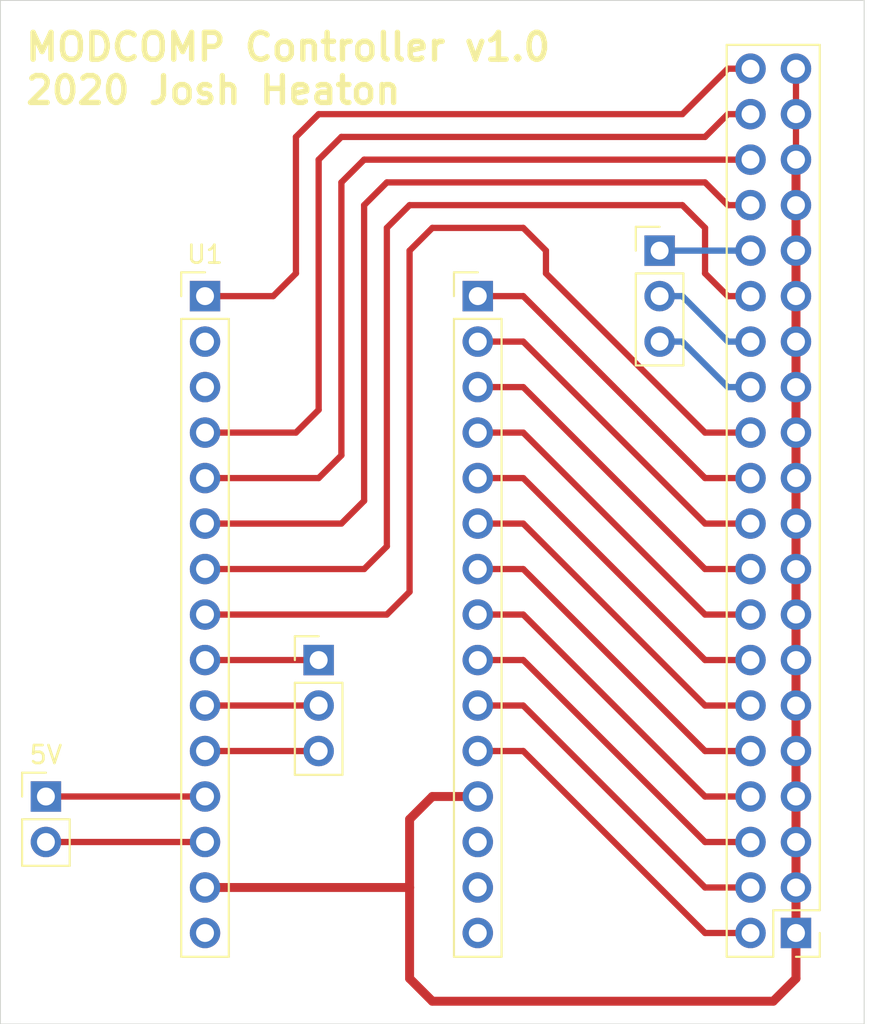
<source format=kicad_pcb>
(kicad_pcb (version 20171130) (host pcbnew "(5.1.5)-3")

  (general
    (thickness 1.6)
    (drawings 5)
    (tracks 99)
    (zones 0)
    (modules 6)
    (nets 1)
  )

  (page A4)
  (layers
    (0 F.Cu signal)
    (31 B.Cu signal)
    (32 B.Adhes user)
    (33 F.Adhes user)
    (34 B.Paste user)
    (35 F.Paste user)
    (36 B.SilkS user)
    (37 F.SilkS user)
    (38 B.Mask user)
    (39 F.Mask user)
    (40 Dwgs.User user)
    (41 Cmts.User user)
    (42 Eco1.User user)
    (43 Eco2.User user)
    (44 Edge.Cuts user)
    (45 Margin user)
    (46 B.CrtYd user)
    (47 F.CrtYd user)
    (48 B.Fab user)
    (49 F.Fab user)
  )

  (setup
    (last_trace_width 0.25)
    (trace_clearance 0.2)
    (zone_clearance 0.508)
    (zone_45_only no)
    (trace_min 0.1524)
    (via_size 0.8)
    (via_drill 0.4)
    (via_min_size 0.4)
    (via_min_drill 0.3)
    (uvia_size 0.3)
    (uvia_drill 0.1)
    (uvias_allowed no)
    (uvia_min_size 0.2)
    (uvia_min_drill 0.1)
    (edge_width 0.05)
    (segment_width 0.2)
    (pcb_text_width 0.3)
    (pcb_text_size 1.5 1.5)
    (mod_edge_width 0.12)
    (mod_text_size 1 1)
    (mod_text_width 0.15)
    (pad_size 1.524 1.524)
    (pad_drill 0.762)
    (pad_to_mask_clearance 0.051)
    (solder_mask_min_width 0.25)
    (aux_axis_origin 0 0)
    (visible_elements 7FFFFFFF)
    (pcbplotparams
      (layerselection 0x010fc_ffffffff)
      (usegerberextensions false)
      (usegerberattributes false)
      (usegerberadvancedattributes false)
      (creategerberjobfile false)
      (excludeedgelayer true)
      (linewidth 0.100000)
      (plotframeref false)
      (viasonmask false)
      (mode 1)
      (useauxorigin false)
      (hpglpennumber 1)
      (hpglpenspeed 20)
      (hpglpendiameter 15.000000)
      (psnegative false)
      (psa4output false)
      (plotreference true)
      (plotvalue true)
      (plotinvisibletext false)
      (padsonsilk false)
      (subtractmaskfromsilk false)
      (outputformat 1)
      (mirror false)
      (drillshape 1)
      (scaleselection 1)
      (outputdirectory ""))
  )

  (net 0 "")

  (net_class Default "This is the default net class."
    (clearance 0.2)
    (trace_width 0.25)
    (via_dia 0.8)
    (via_drill 0.4)
    (uvia_dia 0.3)
    (uvia_drill 0.1)
  )

  (module Connector_PinHeader_2.54mm:PinHeader_1x03_P2.54mm_Vertical (layer F.Cu) (tedit 59FED5CC) (tstamp 5FC578AE)
    (at 170.18 45.72)
    (descr "Through hole straight pin header, 1x03, 2.54mm pitch, single row")
    (tags "Through hole pin header THT 1x03 2.54mm single row")
    (fp_text reference REF** (at 0 -2.33) (layer F.SilkS) hide
      (effects (font (size 1 1) (thickness 0.15)))
    )
    (fp_text value PinHeader_1x03_P2.54mm_Vertical (at 0 7.41) (layer F.Fab)
      (effects (font (size 1 1) (thickness 0.15)))
    )
    (fp_text user %R (at 0 2.54 90) (layer F.Fab)
      (effects (font (size 1 1) (thickness 0.15)))
    )
    (fp_line (start 1.8 -1.8) (end -1.8 -1.8) (layer F.CrtYd) (width 0.05))
    (fp_line (start 1.8 6.85) (end 1.8 -1.8) (layer F.CrtYd) (width 0.05))
    (fp_line (start -1.8 6.85) (end 1.8 6.85) (layer F.CrtYd) (width 0.05))
    (fp_line (start -1.8 -1.8) (end -1.8 6.85) (layer F.CrtYd) (width 0.05))
    (fp_line (start -1.33 -1.33) (end 0 -1.33) (layer F.SilkS) (width 0.12))
    (fp_line (start -1.33 0) (end -1.33 -1.33) (layer F.SilkS) (width 0.12))
    (fp_line (start -1.33 1.27) (end 1.33 1.27) (layer F.SilkS) (width 0.12))
    (fp_line (start 1.33 1.27) (end 1.33 6.41) (layer F.SilkS) (width 0.12))
    (fp_line (start -1.33 1.27) (end -1.33 6.41) (layer F.SilkS) (width 0.12))
    (fp_line (start -1.33 6.41) (end 1.33 6.41) (layer F.SilkS) (width 0.12))
    (fp_line (start -1.27 -0.635) (end -0.635 -1.27) (layer F.Fab) (width 0.1))
    (fp_line (start -1.27 6.35) (end -1.27 -0.635) (layer F.Fab) (width 0.1))
    (fp_line (start 1.27 6.35) (end -1.27 6.35) (layer F.Fab) (width 0.1))
    (fp_line (start 1.27 -1.27) (end 1.27 6.35) (layer F.Fab) (width 0.1))
    (fp_line (start -0.635 -1.27) (end 1.27 -1.27) (layer F.Fab) (width 0.1))
    (pad 3 thru_hole oval (at 0 5.08) (size 1.7 1.7) (drill 1) (layers *.Cu *.Mask))
    (pad 2 thru_hole oval (at 0 2.54) (size 1.7 1.7) (drill 1) (layers *.Cu *.Mask))
    (pad 1 thru_hole rect (at 0 0) (size 1.7 1.7) (drill 1) (layers *.Cu *.Mask))
    (model ${KISYS3DMOD}/Connector_PinHeader_2.54mm.3dshapes/PinHeader_1x03_P2.54mm_Vertical.wrl
      (at (xyz 0 0 0))
      (scale (xyz 1 1 1))
      (rotate (xyz 0 0 0))
    )
  )

  (module Connector_PinHeader_2.54mm:PinHeader_1x03_P2.54mm_Vertical (layer F.Cu) (tedit 59FED5CC) (tstamp 5FC57827)
    (at 151.13 68.58)
    (descr "Through hole straight pin header, 1x03, 2.54mm pitch, single row")
    (tags "Through hole pin header THT 1x03 2.54mm single row")
    (fp_text reference S1 (at 0 -2.33) (layer F.SilkS) hide
      (effects (font (size 1 1) (thickness 0.15)))
    )
    (fp_text value S1 (at 0 7.41) (layer F.Fab) hide
      (effects (font (size 1 1) (thickness 0.15)))
    )
    (fp_text user %R (at 0 2.54 90) (layer F.Fab)
      (effects (font (size 1 1) (thickness 0.15)))
    )
    (fp_line (start 1.8 -1.8) (end -1.8 -1.8) (layer F.CrtYd) (width 0.05))
    (fp_line (start 1.8 6.85) (end 1.8 -1.8) (layer F.CrtYd) (width 0.05))
    (fp_line (start -1.8 6.85) (end 1.8 6.85) (layer F.CrtYd) (width 0.05))
    (fp_line (start -1.8 -1.8) (end -1.8 6.85) (layer F.CrtYd) (width 0.05))
    (fp_line (start -1.33 -1.33) (end 0 -1.33) (layer F.SilkS) (width 0.12))
    (fp_line (start -1.33 0) (end -1.33 -1.33) (layer F.SilkS) (width 0.12))
    (fp_line (start -1.33 1.27) (end 1.33 1.27) (layer F.SilkS) (width 0.12))
    (fp_line (start 1.33 1.27) (end 1.33 6.41) (layer F.SilkS) (width 0.12))
    (fp_line (start -1.33 1.27) (end -1.33 6.41) (layer F.SilkS) (width 0.12))
    (fp_line (start -1.33 6.41) (end 1.33 6.41) (layer F.SilkS) (width 0.12))
    (fp_line (start -1.27 -0.635) (end -0.635 -1.27) (layer F.Fab) (width 0.1))
    (fp_line (start -1.27 6.35) (end -1.27 -0.635) (layer F.Fab) (width 0.1))
    (fp_line (start 1.27 6.35) (end -1.27 6.35) (layer F.Fab) (width 0.1))
    (fp_line (start 1.27 -1.27) (end 1.27 6.35) (layer F.Fab) (width 0.1))
    (fp_line (start -0.635 -1.27) (end 1.27 -1.27) (layer F.Fab) (width 0.1))
    (pad 3 thru_hole oval (at 0 5.08) (size 1.7 1.7) (drill 1) (layers *.Cu *.Mask))
    (pad 2 thru_hole oval (at 0 2.54) (size 1.7 1.7) (drill 1) (layers *.Cu *.Mask))
    (pad 1 thru_hole rect (at 0 0) (size 1.7 1.7) (drill 1) (layers *.Cu *.Mask))
    (model ${KISYS3DMOD}/Connector_PinHeader_2.54mm.3dshapes/PinHeader_1x03_P2.54mm_Vertical.wrl
      (at (xyz 0 0 0))
      (scale (xyz 1 1 1))
      (rotate (xyz 0 0 0))
    )
  )

  (module Connector_PinHeader_2.54mm:PinHeader_1x02_P2.54mm_Vertical (layer F.Cu) (tedit 59FED5CC) (tstamp 5ED7E855)
    (at 135.89 76.2)
    (descr "Through hole straight pin header, 1x02, 2.54mm pitch, single row")
    (tags "Through hole pin header THT 1x02 2.54mm single row")
    (fp_text reference 5V (at 0 -2.33) (layer F.SilkS)
      (effects (font (size 1 1) (thickness 0.15)))
    )
    (fp_text value H4 (at 0 4.87) (layer F.Fab)
      (effects (font (size 1 1) (thickness 0.15)))
    )
    (fp_text user %R (at 0 1.27 90) (layer F.Fab)
      (effects (font (size 1 1) (thickness 0.15)))
    )
    (fp_line (start 1.8 -1.8) (end -1.8 -1.8) (layer F.CrtYd) (width 0.05))
    (fp_line (start 1.8 4.35) (end 1.8 -1.8) (layer F.CrtYd) (width 0.05))
    (fp_line (start -1.8 4.35) (end 1.8 4.35) (layer F.CrtYd) (width 0.05))
    (fp_line (start -1.8 -1.8) (end -1.8 4.35) (layer F.CrtYd) (width 0.05))
    (fp_line (start -1.33 -1.33) (end 0 -1.33) (layer F.SilkS) (width 0.12))
    (fp_line (start -1.33 0) (end -1.33 -1.33) (layer F.SilkS) (width 0.12))
    (fp_line (start -1.33 1.27) (end 1.33 1.27) (layer F.SilkS) (width 0.12))
    (fp_line (start 1.33 1.27) (end 1.33 3.87) (layer F.SilkS) (width 0.12))
    (fp_line (start -1.33 1.27) (end -1.33 3.87) (layer F.SilkS) (width 0.12))
    (fp_line (start -1.33 3.87) (end 1.33 3.87) (layer F.SilkS) (width 0.12))
    (fp_line (start -1.27 -0.635) (end -0.635 -1.27) (layer F.Fab) (width 0.1))
    (fp_line (start -1.27 3.81) (end -1.27 -0.635) (layer F.Fab) (width 0.1))
    (fp_line (start 1.27 3.81) (end -1.27 3.81) (layer F.Fab) (width 0.1))
    (fp_line (start 1.27 -1.27) (end 1.27 3.81) (layer F.Fab) (width 0.1))
    (fp_line (start -0.635 -1.27) (end 1.27 -1.27) (layer F.Fab) (width 0.1))
    (pad 2 thru_hole oval (at 0 2.54) (size 1.7 1.7) (drill 1) (layers *.Cu *.Mask))
    (pad 1 thru_hole rect (at 0 0) (size 1.7 1.7) (drill 1) (layers *.Cu *.Mask))
    (model ${KISYS3DMOD}/Connector_PinHeader_2.54mm.3dshapes/PinHeader_1x02_P2.54mm_Vertical.wrl
      (at (xyz 0 0 0))
      (scale (xyz 1 1 1))
      (rotate (xyz 0 0 0))
    )
  )

  (module Connector_PinHeader_2.54mm:PinHeader_1x15_P2.54mm_Vertical (layer F.Cu) (tedit 59FED5CC) (tstamp 5ED7E579)
    (at 160.02 48.26)
    (descr "Through hole straight pin header, 1x15, 2.54mm pitch, single row")
    (tags "Through hole pin header THT 1x15 2.54mm single row")
    (fp_text reference NANO (at 0 -2.33) (layer F.SilkS) hide
      (effects (font (size 1 1) (thickness 0.15)))
    )
    (fp_text value H2 (at 0 37.89) (layer F.Fab)
      (effects (font (size 1 1) (thickness 0.15)))
    )
    (fp_text user %R (at 0 17.78 90) (layer F.Fab)
      (effects (font (size 1 1) (thickness 0.15)))
    )
    (fp_line (start 1.8 -1.8) (end -1.8 -1.8) (layer F.CrtYd) (width 0.05))
    (fp_line (start 1.8 37.35) (end 1.8 -1.8) (layer F.CrtYd) (width 0.05))
    (fp_line (start -1.8 37.35) (end 1.8 37.35) (layer F.CrtYd) (width 0.05))
    (fp_line (start -1.8 -1.8) (end -1.8 37.35) (layer F.CrtYd) (width 0.05))
    (fp_line (start -1.33 -1.33) (end 0 -1.33) (layer F.SilkS) (width 0.12))
    (fp_line (start -1.33 0) (end -1.33 -1.33) (layer F.SilkS) (width 0.12))
    (fp_line (start -1.33 1.27) (end 1.33 1.27) (layer F.SilkS) (width 0.12))
    (fp_line (start 1.33 1.27) (end 1.33 36.89) (layer F.SilkS) (width 0.12))
    (fp_line (start -1.33 1.27) (end -1.33 36.89) (layer F.SilkS) (width 0.12))
    (fp_line (start -1.33 36.89) (end 1.33 36.89) (layer F.SilkS) (width 0.12))
    (fp_line (start -1.27 -0.635) (end -0.635 -1.27) (layer F.Fab) (width 0.1))
    (fp_line (start -1.27 36.83) (end -1.27 -0.635) (layer F.Fab) (width 0.1))
    (fp_line (start 1.27 36.83) (end -1.27 36.83) (layer F.Fab) (width 0.1))
    (fp_line (start 1.27 -1.27) (end 1.27 36.83) (layer F.Fab) (width 0.1))
    (fp_line (start -0.635 -1.27) (end 1.27 -1.27) (layer F.Fab) (width 0.1))
    (pad 15 thru_hole oval (at 0 35.56) (size 1.7 1.7) (drill 1) (layers *.Cu *.Mask))
    (pad 14 thru_hole oval (at 0 33.02) (size 1.7 1.7) (drill 1) (layers *.Cu *.Mask))
    (pad 13 thru_hole oval (at 0 30.48) (size 1.7 1.7) (drill 1) (layers *.Cu *.Mask))
    (pad 12 thru_hole oval (at 0 27.94) (size 1.7 1.7) (drill 1) (layers *.Cu *.Mask))
    (pad 11 thru_hole oval (at 0 25.4) (size 1.7 1.7) (drill 1) (layers *.Cu *.Mask))
    (pad 10 thru_hole oval (at 0 22.86) (size 1.7 1.7) (drill 1) (layers *.Cu *.Mask))
    (pad 9 thru_hole oval (at 0 20.32) (size 1.7 1.7) (drill 1) (layers *.Cu *.Mask))
    (pad 8 thru_hole oval (at 0 17.78) (size 1.7 1.7) (drill 1) (layers *.Cu *.Mask))
    (pad 7 thru_hole oval (at 0 15.24) (size 1.7 1.7) (drill 1) (layers *.Cu *.Mask))
    (pad 6 thru_hole oval (at 0 12.7) (size 1.7 1.7) (drill 1) (layers *.Cu *.Mask))
    (pad 5 thru_hole oval (at 0 10.16) (size 1.7 1.7) (drill 1) (layers *.Cu *.Mask))
    (pad 4 thru_hole oval (at 0 7.62) (size 1.7 1.7) (drill 1) (layers *.Cu *.Mask))
    (pad 3 thru_hole oval (at 0 5.08) (size 1.7 1.7) (drill 1) (layers *.Cu *.Mask))
    (pad 2 thru_hole oval (at 0 2.54) (size 1.7 1.7) (drill 1) (layers *.Cu *.Mask))
    (pad 1 thru_hole rect (at 0 0) (size 1.7 1.7) (drill 1) (layers *.Cu *.Mask))
    (model ${KISYS3DMOD}/Connector_PinHeader_2.54mm.3dshapes/PinHeader_1x15_P2.54mm_Vertical.wrl
      (at (xyz 0 0 0))
      (scale (xyz 1 1 1))
      (rotate (xyz 0 0 0))
    )
  )

  (module Connector_PinHeader_2.54mm:PinHeader_1x15_P2.54mm_Vertical (layer F.Cu) (tedit 59FED5CC) (tstamp 5ED7E407)
    (at 144.78 48.26)
    (descr "Through hole straight pin header, 1x15, 2.54mm pitch, single row")
    (tags "Through hole pin header THT 1x15 2.54mm single row")
    (fp_text reference U1 (at 0 -2.33) (layer F.SilkS)
      (effects (font (size 1 1) (thickness 0.15)))
    )
    (fp_text value H3 (at 0 37.89) (layer F.Fab)
      (effects (font (size 1 1) (thickness 0.15)))
    )
    (fp_text user %R (at 0 17.78 90) (layer F.Fab)
      (effects (font (size 1 1) (thickness 0.15)))
    )
    (fp_line (start 1.8 -1.8) (end -1.8 -1.8) (layer F.CrtYd) (width 0.05))
    (fp_line (start 1.8 37.35) (end 1.8 -1.8) (layer F.CrtYd) (width 0.05))
    (fp_line (start -1.8 37.35) (end 1.8 37.35) (layer F.CrtYd) (width 0.05))
    (fp_line (start -1.8 -1.8) (end -1.8 37.35) (layer F.CrtYd) (width 0.05))
    (fp_line (start -1.33 -1.33) (end 0 -1.33) (layer F.SilkS) (width 0.12))
    (fp_line (start -1.33 0) (end -1.33 -1.33) (layer F.SilkS) (width 0.12))
    (fp_line (start -1.33 1.27) (end 1.33 1.27) (layer F.SilkS) (width 0.12))
    (fp_line (start 1.33 1.27) (end 1.33 36.89) (layer F.SilkS) (width 0.12))
    (fp_line (start -1.33 1.27) (end -1.33 36.89) (layer F.SilkS) (width 0.12))
    (fp_line (start -1.33 36.89) (end 1.33 36.89) (layer F.SilkS) (width 0.12))
    (fp_line (start -1.27 -0.635) (end -0.635 -1.27) (layer F.Fab) (width 0.1))
    (fp_line (start -1.27 36.83) (end -1.27 -0.635) (layer F.Fab) (width 0.1))
    (fp_line (start 1.27 36.83) (end -1.27 36.83) (layer F.Fab) (width 0.1))
    (fp_line (start 1.27 -1.27) (end 1.27 36.83) (layer F.Fab) (width 0.1))
    (fp_line (start -0.635 -1.27) (end 1.27 -1.27) (layer F.Fab) (width 0.1))
    (pad 15 thru_hole oval (at 0 35.56) (size 1.7 1.7) (drill 1) (layers *.Cu *.Mask))
    (pad 14 thru_hole oval (at 0 33.02) (size 1.7 1.7) (drill 1) (layers *.Cu *.Mask))
    (pad 13 thru_hole oval (at 0 30.48) (size 1.7 1.7) (drill 1) (layers *.Cu *.Mask))
    (pad 12 thru_hole oval (at 0 27.94) (size 1.7 1.7) (drill 1) (layers *.Cu *.Mask))
    (pad 11 thru_hole oval (at 0 25.4) (size 1.7 1.7) (drill 1) (layers *.Cu *.Mask))
    (pad 10 thru_hole oval (at 0 22.86) (size 1.7 1.7) (drill 1) (layers *.Cu *.Mask))
    (pad 9 thru_hole oval (at 0 20.32) (size 1.7 1.7) (drill 1) (layers *.Cu *.Mask))
    (pad 8 thru_hole oval (at 0 17.78) (size 1.7 1.7) (drill 1) (layers *.Cu *.Mask))
    (pad 7 thru_hole oval (at 0 15.24) (size 1.7 1.7) (drill 1) (layers *.Cu *.Mask))
    (pad 6 thru_hole oval (at 0 12.7) (size 1.7 1.7) (drill 1) (layers *.Cu *.Mask))
    (pad 5 thru_hole oval (at 0 10.16) (size 1.7 1.7) (drill 1) (layers *.Cu *.Mask))
    (pad 4 thru_hole oval (at 0 7.62) (size 1.7 1.7) (drill 1) (layers *.Cu *.Mask))
    (pad 3 thru_hole oval (at 0 5.08) (size 1.7 1.7) (drill 1) (layers *.Cu *.Mask))
    (pad 2 thru_hole oval (at 0 2.54) (size 1.7 1.7) (drill 1) (layers *.Cu *.Mask))
    (pad 1 thru_hole rect (at 0 0) (size 1.7 1.7) (drill 1) (layers *.Cu *.Mask))
    (model ${KISYS3DMOD}/Connector_PinHeader_2.54mm.3dshapes/PinHeader_1x15_P2.54mm_Vertical.wrl
      (at (xyz 0 0 0))
      (scale (xyz 1 1 1))
      (rotate (xyz 0 0 0))
    )
  )

  (module Connector_PinHeader_2.54mm:PinHeader_2x20_P2.54mm_Vertical (layer F.Cu) (tedit 59FED5CC) (tstamp 5ED7DCB5)
    (at 177.8 83.82 180)
    (descr "Through hole straight pin header, 2x20, 2.54mm pitch, double rows")
    (tags "Through hole pin header THT 2x20 2.54mm double row")
    (fp_text reference REF** (at 1.27 -2.33) (layer F.SilkS) hide
      (effects (font (size 1 1) (thickness 0.15)))
    )
    (fp_text value H1 (at 1.27 50.59) (layer F.Fab)
      (effects (font (size 1 1) (thickness 0.15)))
    )
    (fp_text user %R (at 1.27 24.13 90) (layer F.Fab)
      (effects (font (size 1 1) (thickness 0.15)))
    )
    (fp_line (start 4.35 -1.8) (end -1.8 -1.8) (layer F.CrtYd) (width 0.05))
    (fp_line (start 4.35 50.05) (end 4.35 -1.8) (layer F.CrtYd) (width 0.05))
    (fp_line (start -1.8 50.05) (end 4.35 50.05) (layer F.CrtYd) (width 0.05))
    (fp_line (start -1.8 -1.8) (end -1.8 50.05) (layer F.CrtYd) (width 0.05))
    (fp_line (start -1.33 -1.33) (end 0 -1.33) (layer F.SilkS) (width 0.12))
    (fp_line (start -1.33 0) (end -1.33 -1.33) (layer F.SilkS) (width 0.12))
    (fp_line (start 1.27 -1.33) (end 3.87 -1.33) (layer F.SilkS) (width 0.12))
    (fp_line (start 1.27 1.27) (end 1.27 -1.33) (layer F.SilkS) (width 0.12))
    (fp_line (start -1.33 1.27) (end 1.27 1.27) (layer F.SilkS) (width 0.12))
    (fp_line (start 3.87 -1.33) (end 3.87 49.59) (layer F.SilkS) (width 0.12))
    (fp_line (start -1.33 1.27) (end -1.33 49.59) (layer F.SilkS) (width 0.12))
    (fp_line (start -1.33 49.59) (end 3.87 49.59) (layer F.SilkS) (width 0.12))
    (fp_line (start -1.27 0) (end 0 -1.27) (layer F.Fab) (width 0.1))
    (fp_line (start -1.27 49.53) (end -1.27 0) (layer F.Fab) (width 0.1))
    (fp_line (start 3.81 49.53) (end -1.27 49.53) (layer F.Fab) (width 0.1))
    (fp_line (start 3.81 -1.27) (end 3.81 49.53) (layer F.Fab) (width 0.1))
    (fp_line (start 0 -1.27) (end 3.81 -1.27) (layer F.Fab) (width 0.1))
    (pad 40 thru_hole oval (at 2.54 48.26 180) (size 1.7 1.7) (drill 1) (layers *.Cu *.Mask))
    (pad 39 thru_hole oval (at 0 48.26 180) (size 1.7 1.7) (drill 1) (layers *.Cu *.Mask))
    (pad 38 thru_hole oval (at 2.54 45.72 180) (size 1.7 1.7) (drill 1) (layers *.Cu *.Mask))
    (pad 37 thru_hole oval (at 0 45.72 180) (size 1.7 1.7) (drill 1) (layers *.Cu *.Mask))
    (pad 36 thru_hole oval (at 2.54 43.18 180) (size 1.7 1.7) (drill 1) (layers *.Cu *.Mask))
    (pad 35 thru_hole oval (at 0 43.18 180) (size 1.7 1.7) (drill 1) (layers *.Cu *.Mask))
    (pad 34 thru_hole oval (at 2.54 40.64 180) (size 1.7 1.7) (drill 1) (layers *.Cu *.Mask))
    (pad 33 thru_hole oval (at 0 40.64 180) (size 1.7 1.7) (drill 1) (layers *.Cu *.Mask))
    (pad 32 thru_hole oval (at 2.54 38.1 180) (size 1.7 1.7) (drill 1) (layers *.Cu *.Mask))
    (pad 31 thru_hole oval (at 0 38.1 180) (size 1.7 1.7) (drill 1) (layers *.Cu *.Mask))
    (pad 30 thru_hole oval (at 2.54 35.56 180) (size 1.7 1.7) (drill 1) (layers *.Cu *.Mask))
    (pad 29 thru_hole oval (at 0 35.56 180) (size 1.7 1.7) (drill 1) (layers *.Cu *.Mask))
    (pad 28 thru_hole oval (at 2.54 33.02 180) (size 1.7 1.7) (drill 1) (layers *.Cu *.Mask))
    (pad 27 thru_hole oval (at 0 33.02 180) (size 1.7 1.7) (drill 1) (layers *.Cu *.Mask))
    (pad 26 thru_hole oval (at 2.54 30.48 180) (size 1.7 1.7) (drill 1) (layers *.Cu *.Mask))
    (pad 25 thru_hole oval (at 0 30.48 180) (size 1.7 1.7) (drill 1) (layers *.Cu *.Mask))
    (pad 24 thru_hole oval (at 2.54 27.94 180) (size 1.7 1.7) (drill 1) (layers *.Cu *.Mask))
    (pad 23 thru_hole oval (at 0 27.94 180) (size 1.7 1.7) (drill 1) (layers *.Cu *.Mask))
    (pad 22 thru_hole oval (at 2.54 25.4 180) (size 1.7 1.7) (drill 1) (layers *.Cu *.Mask))
    (pad 21 thru_hole oval (at 0 25.4 180) (size 1.7 1.7) (drill 1) (layers *.Cu *.Mask))
    (pad 20 thru_hole oval (at 2.54 22.86 180) (size 1.7 1.7) (drill 1) (layers *.Cu *.Mask))
    (pad 19 thru_hole oval (at 0 22.86 180) (size 1.7 1.7) (drill 1) (layers *.Cu *.Mask))
    (pad 18 thru_hole oval (at 2.54 20.32 180) (size 1.7 1.7) (drill 1) (layers *.Cu *.Mask))
    (pad 17 thru_hole oval (at 0 20.32 180) (size 1.7 1.7) (drill 1) (layers *.Cu *.Mask))
    (pad 16 thru_hole oval (at 2.54 17.78 180) (size 1.7 1.7) (drill 1) (layers *.Cu *.Mask))
    (pad 15 thru_hole oval (at 0 17.78 180) (size 1.7 1.7) (drill 1) (layers *.Cu *.Mask))
    (pad 14 thru_hole oval (at 2.54 15.24 180) (size 1.7 1.7) (drill 1) (layers *.Cu *.Mask))
    (pad 13 thru_hole oval (at 0 15.24 180) (size 1.7 1.7) (drill 1) (layers *.Cu *.Mask))
    (pad 12 thru_hole oval (at 2.54 12.7 180) (size 1.7 1.7) (drill 1) (layers *.Cu *.Mask))
    (pad 11 thru_hole oval (at 0 12.7 180) (size 1.7 1.7) (drill 1) (layers *.Cu *.Mask))
    (pad 10 thru_hole oval (at 2.54 10.16 180) (size 1.7 1.7) (drill 1) (layers *.Cu *.Mask))
    (pad 9 thru_hole oval (at 0 10.16 180) (size 1.7 1.7) (drill 1) (layers *.Cu *.Mask))
    (pad 8 thru_hole oval (at 2.54 7.62 180) (size 1.7 1.7) (drill 1) (layers *.Cu *.Mask))
    (pad 7 thru_hole oval (at 0 7.62 180) (size 1.7 1.7) (drill 1) (layers *.Cu *.Mask))
    (pad 6 thru_hole oval (at 2.54 5.08 180) (size 1.7 1.7) (drill 1) (layers *.Cu *.Mask))
    (pad 5 thru_hole oval (at 0 5.08 180) (size 1.7 1.7) (drill 1) (layers *.Cu *.Mask))
    (pad 4 thru_hole oval (at 2.54 2.54 180) (size 1.7 1.7) (drill 1) (layers *.Cu *.Mask))
    (pad 3 thru_hole oval (at 0 2.54 180) (size 1.7 1.7) (drill 1) (layers *.Cu *.Mask))
    (pad 2 thru_hole oval (at 2.54 0 180) (size 1.7 1.7) (drill 1) (layers *.Cu *.Mask))
    (pad 1 thru_hole rect (at 0 0 180) (size 1.7 1.7) (drill 1) (layers *.Cu *.Mask))
    (model ${KISYS3DMOD}/Connector_PinHeader_2.54mm.3dshapes/PinHeader_2x20_P2.54mm_Vertical.wrl
      (at (xyz 0 0 0))
      (scale (xyz 1 1 1))
      (rotate (xyz 0 0 0))
    )
  )

  (gr_text "MODCOMP Controller v1.0\n2020 Josh Heaton" (at 134.62 35.56) (layer F.SilkS)
    (effects (font (size 1.5 1.5) (thickness 0.3)) (justify left))
  )
  (gr_line (start 133.35 88.9) (end 133.35 31.75) (layer Edge.Cuts) (width 0.05) (tstamp 5FC54F44))
  (gr_line (start 181.61 88.9) (end 133.35 88.9) (layer Edge.Cuts) (width 0.05))
  (gr_line (start 181.61 31.75) (end 181.61 88.9) (layer Edge.Cuts) (width 0.05))
  (gr_line (start 133.35 31.75) (end 181.61 31.75) (layer Edge.Cuts) (width 0.05))

  (segment (start 135.89 78.74) (end 144.78 78.74) (width 0.35) (layer F.Cu) (net 0))
  (segment (start 156.21 77.47) (end 157.48 76.2) (width 0.5) (layer F.Cu) (net 0))
  (segment (start 157.48 76.2) (end 160.02 76.2) (width 0.5) (layer F.Cu) (net 0))
  (segment (start 135.89 76.2) (end 144.78 76.2) (width 0.35) (layer F.Cu) (net 0))
  (segment (start 144.78 81.28) (end 156.21 81.28) (width 0.5) (layer F.Cu) (net 0))
  (segment (start 156.21 81.28) (end 156.21 77.47) (width 0.5) (layer F.Cu) (net 0))
  (segment (start 162.56 73.66) (end 160.02 73.66) (width 0.35) (layer F.Cu) (net 0))
  (segment (start 175.26 83.82) (end 172.72 83.82) (width 0.35) (layer F.Cu) (net 0))
  (segment (start 172.72 83.82) (end 162.56 73.66) (width 0.35) (layer F.Cu) (net 0))
  (segment (start 162.56 71.12) (end 160.02 71.12) (width 0.35) (layer F.Cu) (net 0))
  (segment (start 175.26 81.28) (end 172.72 81.28) (width 0.35) (layer F.Cu) (net 0))
  (segment (start 172.72 81.28) (end 162.56 71.12) (width 0.35) (layer F.Cu) (net 0))
  (segment (start 175.26 78.74) (end 172.72 78.74) (width 0.35) (layer F.Cu) (net 0))
  (segment (start 162.56 68.58) (end 160.02 68.58) (width 0.35) (layer F.Cu) (net 0))
  (segment (start 172.72 78.74) (end 162.56 68.58) (width 0.35) (layer F.Cu) (net 0))
  (segment (start 162.56 66.04) (end 160.02 66.04) (width 0.35) (layer F.Cu) (net 0))
  (segment (start 175.26 76.2) (end 172.72 76.2) (width 0.35) (layer F.Cu) (net 0))
  (segment (start 172.72 76.2) (end 162.56 66.04) (width 0.35) (layer F.Cu) (net 0))
  (segment (start 175.26 73.66) (end 172.72 73.66) (width 0.35) (layer F.Cu) (net 0))
  (segment (start 162.56 63.5) (end 160.02 63.5) (width 0.35) (layer F.Cu) (net 0))
  (segment (start 172.72 73.66) (end 162.56 63.5) (width 0.35) (layer F.Cu) (net 0))
  (segment (start 162.56 60.96) (end 160.02 60.96) (width 0.35) (layer F.Cu) (net 0))
  (segment (start 175.26 71.12) (end 172.72 71.12) (width 0.35) (layer F.Cu) (net 0))
  (segment (start 172.72 71.12) (end 162.56 60.96) (width 0.35) (layer F.Cu) (net 0))
  (segment (start 162.56 58.42) (end 160.02 58.42) (width 0.35) (layer F.Cu) (net 0))
  (segment (start 175.26 68.58) (end 172.72 68.58) (width 0.35) (layer F.Cu) (net 0))
  (segment (start 172.72 68.58) (end 162.56 58.42) (width 0.35) (layer F.Cu) (net 0))
  (segment (start 162.56 55.88) (end 160.02 55.88) (width 0.35) (layer F.Cu) (net 0))
  (segment (start 175.26 66.04) (end 172.72 66.04) (width 0.35) (layer F.Cu) (net 0))
  (segment (start 172.72 66.04) (end 162.56 55.88) (width 0.35) (layer F.Cu) (net 0))
  (segment (start 175.26 63.5) (end 172.72 63.5) (width 0.35) (layer F.Cu) (net 0))
  (segment (start 162.56 53.34) (end 160.02 53.34) (width 0.35) (layer F.Cu) (net 0))
  (segment (start 172.72 63.5) (end 162.56 53.34) (width 0.35) (layer F.Cu) (net 0))
  (segment (start 175.26 60.96) (end 172.72 60.96) (width 0.35) (layer F.Cu) (net 0))
  (segment (start 162.56 50.8) (end 160.02 50.8) (width 0.35) (layer F.Cu) (net 0))
  (segment (start 172.72 60.96) (end 162.56 50.8) (width 0.35) (layer F.Cu) (net 0))
  (segment (start 175.26 58.42) (end 172.72 58.42) (width 0.35) (layer F.Cu) (net 0))
  (segment (start 162.56 48.26) (end 160.02 48.26) (width 0.35) (layer F.Cu) (net 0))
  (segment (start 172.72 58.42) (end 162.56 48.26) (width 0.35) (layer F.Cu) (net 0))
  (segment (start 153.67 63.5) (end 144.78 63.5) (width 0.35) (layer F.Cu) (net 0))
  (segment (start 154.94 62.23) (end 153.67 63.5) (width 0.35) (layer F.Cu) (net 0))
  (segment (start 154.94 44.45) (end 154.94 62.23) (width 0.35) (layer F.Cu) (net 0))
  (segment (start 156.21 43.18) (end 154.94 44.45) (width 0.35) (layer F.Cu) (net 0))
  (segment (start 173.99 48.26) (end 172.72 46.99) (width 0.35) (layer F.Cu) (net 0))
  (segment (start 172.72 46.99) (end 172.72 44.45) (width 0.35) (layer F.Cu) (net 0))
  (segment (start 172.72 44.45) (end 171.45 43.18) (width 0.35) (layer F.Cu) (net 0))
  (segment (start 175.26 48.26) (end 173.99 48.26) (width 0.35) (layer F.Cu) (net 0))
  (segment (start 171.45 43.18) (end 156.21 43.18) (width 0.35) (layer F.Cu) (net 0))
  (segment (start 152.4 60.96) (end 144.78 60.96) (width 0.35) (layer F.Cu) (net 0))
  (segment (start 153.67 59.69) (end 152.4 60.96) (width 0.35) (layer F.Cu) (net 0))
  (segment (start 173.99 43.18) (end 172.72 41.91) (width 0.35) (layer F.Cu) (net 0))
  (segment (start 175.26 43.18) (end 173.99 43.18) (width 0.35) (layer F.Cu) (net 0))
  (segment (start 153.67 43.18) (end 153.67 59.69) (width 0.35) (layer F.Cu) (net 0))
  (segment (start 172.72 41.91) (end 154.94 41.91) (width 0.35) (layer F.Cu) (net 0))
  (segment (start 154.94 41.91) (end 153.67 43.18) (width 0.35) (layer F.Cu) (net 0))
  (segment (start 152.4 57.15) (end 151.13 58.42) (width 0.35) (layer F.Cu) (net 0))
  (segment (start 151.13 58.42) (end 144.78 58.42) (width 0.35) (layer F.Cu) (net 0))
  (segment (start 152.4 41.91) (end 152.4 57.15) (width 0.35) (layer F.Cu) (net 0))
  (segment (start 175.26 40.64) (end 153.67 40.64) (width 0.35) (layer F.Cu) (net 0))
  (segment (start 153.67 40.64) (end 152.4 41.91) (width 0.35) (layer F.Cu) (net 0))
  (segment (start 151.13 54.61) (end 149.86 55.88) (width 0.35) (layer F.Cu) (net 0))
  (segment (start 173.99 38.1) (end 172.72 39.37) (width 0.35) (layer F.Cu) (net 0))
  (segment (start 152.4 39.37) (end 151.13 40.64) (width 0.35) (layer F.Cu) (net 0))
  (segment (start 175.26 38.1) (end 173.99 38.1) (width 0.35) (layer F.Cu) (net 0))
  (segment (start 172.72 39.37) (end 152.4 39.37) (width 0.35) (layer F.Cu) (net 0))
  (segment (start 149.86 55.88) (end 144.78 55.88) (width 0.35) (layer F.Cu) (net 0))
  (segment (start 151.13 40.64) (end 151.13 54.61) (width 0.35) (layer F.Cu) (net 0))
  (segment (start 148.59 48.26) (end 144.78 48.26) (width 0.35) (layer F.Cu) (net 0))
  (segment (start 149.86 46.99) (end 148.59 48.26) (width 0.35) (layer F.Cu) (net 0))
  (segment (start 149.86 39.37) (end 149.86 46.99) (width 0.35) (layer F.Cu) (net 0))
  (segment (start 173.99 35.56) (end 171.45 38.1) (width 0.35) (layer F.Cu) (net 0))
  (segment (start 175.26 35.56) (end 173.99 35.56) (width 0.35) (layer F.Cu) (net 0))
  (segment (start 171.45 38.1) (end 151.13 38.1) (width 0.35) (layer F.Cu) (net 0))
  (segment (start 151.13 38.1) (end 149.86 39.37) (width 0.35) (layer F.Cu) (net 0))
  (segment (start 156.21 86.36) (end 156.21 81.28) (width 0.5) (layer F.Cu) (net 0))
  (segment (start 177.8 40.64) (end 177.8 86.36) (width 0.5) (layer F.Cu) (net 0))
  (segment (start 177.8 86.36) (end 176.53 87.63) (width 0.5) (layer F.Cu) (net 0))
  (segment (start 157.48 87.63) (end 156.21 86.36) (width 0.5) (layer F.Cu) (net 0))
  (segment (start 176.53 87.63) (end 157.48 87.63) (width 0.5) (layer F.Cu) (net 0))
  (segment (start 177.8 35.56) (end 177.8 40.64) (width 0.35) (layer F.Cu) (net 0))
  (segment (start 156.21 64.77) (end 154.94 66.04) (width 0.35) (layer F.Cu) (net 0))
  (segment (start 156.21 45.72) (end 156.21 64.77) (width 0.35) (layer F.Cu) (net 0))
  (segment (start 154.94 66.04) (end 144.78 66.04) (width 0.35) (layer F.Cu) (net 0))
  (segment (start 157.48 44.45) (end 156.21 45.72) (width 0.35) (layer F.Cu) (net 0))
  (segment (start 172.72 55.88) (end 163.83 46.99) (width 0.35) (layer F.Cu) (net 0))
  (segment (start 175.26 55.88) (end 172.72 55.88) (width 0.35) (layer F.Cu) (net 0))
  (segment (start 163.83 46.99) (end 163.83 45.72) (width 0.35) (layer F.Cu) (net 0))
  (segment (start 163.83 45.72) (end 162.56 44.45) (width 0.35) (layer F.Cu) (net 0))
  (segment (start 162.56 44.45) (end 157.48 44.45) (width 0.35) (layer F.Cu) (net 0))
  (segment (start 144.78 68.58) (end 151.13 68.58) (width 0.35) (layer F.Cu) (net 0))
  (segment (start 144.78 71.12) (end 151.13 71.12) (width 0.35) (layer F.Cu) (net 0))
  (segment (start 144.78 73.66) (end 151.13 73.66) (width 0.35) (layer F.Cu) (net 0))
  (segment (start 170.18 45.72) (end 175.26 45.72) (width 0.35) (layer B.Cu) (net 0))
  (segment (start 170.18 48.26) (end 171.45 48.26) (width 0.35) (layer B.Cu) (net 0))
  (segment (start 171.45 48.26) (end 173.99 50.8) (width 0.35) (layer B.Cu) (net 0))
  (segment (start 173.99 50.8) (end 175.26 50.8) (width 0.35) (layer B.Cu) (net 0))
  (segment (start 170.18 50.8) (end 171.45 50.8) (width 0.35) (layer B.Cu) (net 0))
  (segment (start 171.45 50.8) (end 173.99 53.34) (width 0.35) (layer B.Cu) (net 0))
  (segment (start 173.99 53.34) (end 175.26 53.34) (width 0.35) (layer B.Cu) (net 0))

)

</source>
